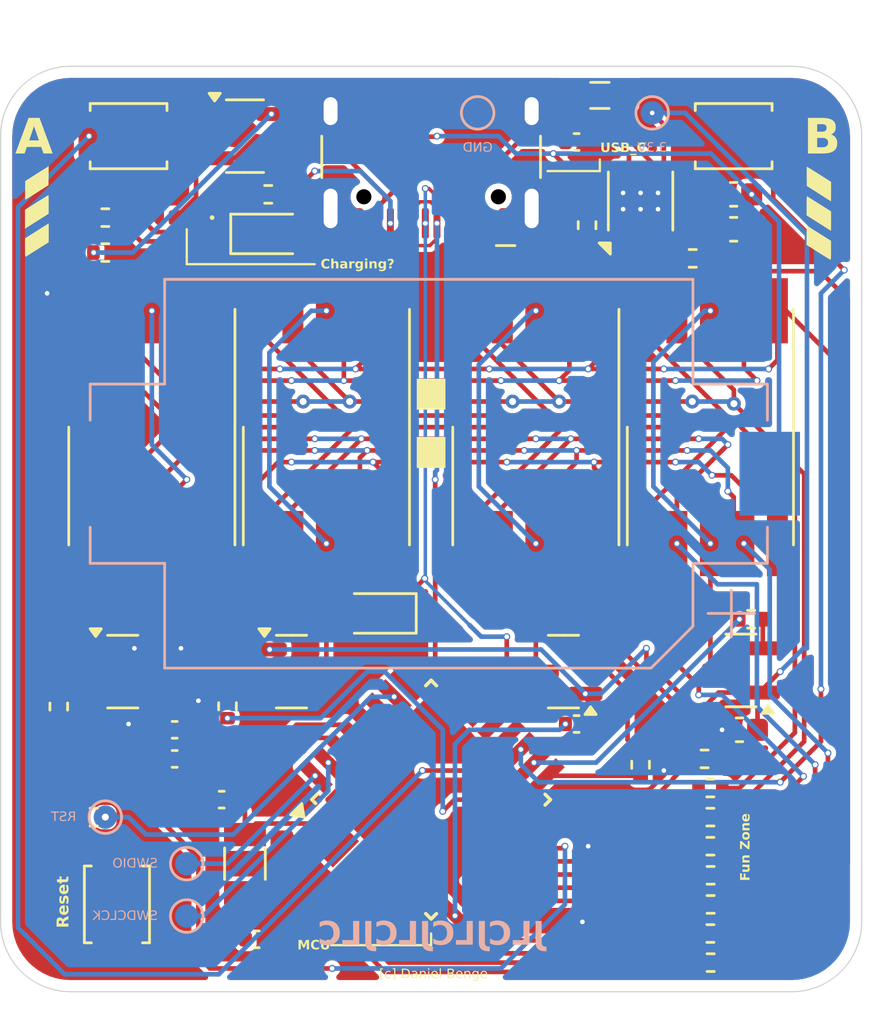
<source format=kicad_pcb>
(kicad_pcb (version 20240108) (generator "pcbnew") (generator_version "8.0")
  (layers (0 "F.Cu" signal) (31 "B.Cu" signal) (34 "B.Paste" user) (35 "F.Paste" user) (36 "B.SilkS" user "B.Silkscreen") (37 "F.SilkS" user "F.Silkscreen") (38 "B.Mask" user) (39 "F.Mask" user) (44 "Edge.Cuts" user))
  (net 0 "")
  (net 1 "VBAT")
  (net 2 "Net-(U7-VDDCORE)")
  (net 3 "+5V")
  (net 4 "TP_3.3V")
  (net 5 "Net-(U7-VDDIN)")
  (net 6 "Net-(U7-VDDANA)")
  (net 7 "A0")
  (net 8 "A1")
  (net 9 "D+")
  (net 10 "D-")
  (net 11 "Net-(D3-K)")
  (net 12 "Net-(D3-A)")
  (net 13 "Net-(J1-CC2)")
  (net 14 "Net-(J1-CC1)")
  (net 15 "Net-(Q1-B)")
  (net 16 "DIG1")
  (net 17 "DIG2")
  (net 18 "Net-(Q2-B)")
  (net 19 "Net-(Q3-B)")
  (net 20 "DIG3")
  (net 21 "DIG4")
  (net 22 "Net-(Q4-B)")
  (net 23 "Net-(U1-PROG)")
  (net 24 "Net-(U2-LX1)")
  (net 25 "A")
  (net 26 "SEL-D2")
  (net 27 "SEL-D3")
  (net 28 "SEL-D1")
  (net 29 "SEL-D4")
  (net 30 "B")
  (net 31 "C")
  (net 32 "D")
  (net 33 "E")
  (net 34 "F")
  (net 35 "G")
  (net 36 "DP")
  (net 37 "Btn2")
  (net 38 "Btn1")
  (net 39 "Net-(U2-LX2)")
  (net 44 "TP_SWDIO")
  (net 46 "TP_SWDCLK")
  (net 48 "GND")
  (net 49 "Net-(U2-CFG1)")
  (net 50 "Net-(U7-PA11)")
  (net 51 "Net-(U7-PA10)")
  (net 52 "Net-(U7-PA09)")
  (net 53 "Net-(U7-PA08)")
  (net 54 "Net-(U7-PA07)")
  (net 55 "Net-(U7-PA06)")
  (net 56 "Net-(U7-PA05)")
  (net 57 "Net-(U7-PA04)")
  (net 58 "TP_RST")
  (net 59 "Net-(R5-Pad1)")
  (footprint "Capacitor_SMD:C_0402_1005Metric" (layer "F.Cu") (at 183.75 108.25)
    (property "Reference" "C6")
    (property "Value" "1uF")
  )
  (footprint "Display_7Segment:KCSC02-105" (layer "F.Cu") (at 189.5 95.5 90)
    (property "Reference" "Dig4")
    (property "Value" "KCSA02-105")
  )
  (footprint "Crystal:Crystal_SMD_3215-2Pin_3.2x1.5mm" (layer "F.Cu") (at 169.5 114.25 90)
    (property "Reference" "Y2")
    (property "Value" "32768Hz")
  )
  (footprint "LOGO" (layer "F.Cu") (at 160.55 86.25)
    (property "Reference" "G1" (hide yes))
    (property "Value" "LOGO" (hide yes))
  )
  (footprint "Capacitor_SMD:C_0402_1005Metric" (layer "F.Cu") (at 166.48 108.5 180)
    (property "Reference" "C1")
    (property "Value" "1uF")
  )
  (footprint "Connector_USB:USB_C_Receptacle_HCTL_HC-TYPE-C-16P-01A" (layer "F.Cu") (at 177.5 83 180)
    (property "Reference" "J1")
    (property "Value" "USB_C_Receptacle_USB2.0_14P")
  )
  (footprint "Capacitor_SMD:C_0402_1005Metric" (layer "F.Cu") (at 168.5 111.5 180)
    (property "Reference" "C9")
    (property "Value" "10pF")
  )
  (footprint "LOGO" (layer "F.Cu") (at 194.15 86.3)
    (property "Reference" "graphic2" (hide yes))
    (property "Value" "LOGO" (hide yes))
  )
  (footprint "Resistor_SMD:R_0402_1005Metric" (layer "F.Cu") (at 188.74 88.25)
    (property "Reference" "R21")
    (property "Value" "36.5k")
  )
  (footprint "Resistor_SMD:R_0402_1005Metric" (layer "F.Cu") (at 189.5 112.25 180)
    (property "Reference" "R8")
    (property "Value" "150")
  )
  (footprint "Resistor_SMD:R_0402_1005Metric" (layer "F.Cu") (at 189.25 109.75 180)
    (property "Reference" "R6")
    (property "Value" "150")
  )
  (footprint "Capacitor_SMD:C_0402_1005Metric" (layer "F.Cu") (at 170 117.5)
    (property "Reference" "C10")
    (property "Value" "10pF")
  )
  (footprint "Package_QFP:TQFP-32_7x7mm_P0.8mm" (layer "F.Cu") (at 177.5 111.5 45)
    (property "Reference" "U7")
    (property "Value" "ATSAMD21E18A-A")
  )
  (footprint "Button_Switch_SMD:SW_SPST_B3U-1000P" (layer "F.Cu") (at 190.5 83)
    (property "Reference" "SW4")
    (property "Value" "SW_Push")
  )
  (footprint "Resistor_SMD:R_0402_1005Metric" (layer "F.Cu") (at 189.5 111 180)
    (property "Reference" "R7")
    (property "Value" "150")
  )
  (footprint "Capacitor_SMD:C_0402_1005Metric" (layer "F.Cu") (at 166.48 109.75 180)
    (property "Reference" "C5")
    (property "Value" "1uF")
  )
  (footprint "Button_Switch_SMD:SW_SPST_B3U-1000P" (layer "F.Cu") (at 164 116 90)
    (property "Reference" "SW1")
    (property "Value" "SW_Push")
  )
  (footprint "Capacitor_SMD:C_0402_1005Metric" (layer "F.Cu") (at 183.75 83.25 180)
    (property "Reference" "C7")
    (property "Value" "1u")
  )
  (footprint "Package_TO_SOT_SMD:SOT-23" (layer "F.Cu") (at 183.1875 106 180)
    (property "Reference" "Q3")
    (property "Value" "2N3906")
  )
  (footprint "Capacitor_SMD:C_0603_1608Metric" (layer "F.Cu") (at 190.5 87)
    (property "Reference" "C_IN1")
    (property "Value" "10uF")
  )
  (footprint "Resistor_SMD:R_0402_1005Metric" (layer "F.Cu") (at 189.5 117.25 180)
    (property "Reference" "R15")
    (property "Value" "150")
  )
  (footprint "Package_SON:WSON-10-1EP_2.5x2.5mm_P0.5mm_EP1.2x2mm_ThermalVias" (layer "F.Cu") (at 186.5 85.7875 90)
    (property "Reference" "U2")
    (property "Value" "TPS63900")
  )
  (footprint "Display_7Segment:KCSC02-105" (layer "F.Cu") (at 165.5 95.5 90)
    (property "Reference" "Dig1")
    (property "Value" "KCSA02-105")
  )
  (footprint "Resistor_SMD:R_0402_1005Metric" (layer "F.Cu") (at 191.25 103.75)
    (property "Reference" "R20")
    (property "Value" "390")
  )
  (footprint "Package_TO_SOT_SMD:SOT-23" (layer "F.Cu") (at 190.8125 105.95 180)
    (property "Reference" "Q4")
    (property "Value" "2N3906")
  )
  (footprint "Resistor_SMD:R_0402_1005Metric" (layer "F.Cu") (at 170.5 85.5 180)
    (property "Reference" "R3")
    (property "Value" "5.1k")
  )
  (footprint "Resistor_SMD:R_0402_1005Metric" (layer "F.Cu") (at 189.51 116 180)
    (property "Reference" "R14")
    (property "Value" "150")
  )
  (footprint "Package_TO_SOT_SMD:SOT-23" (layer "F.Cu") (at 171.5 106)
    (property "Reference" "Q2")
    (property "Value" "2N3906")
  )
  (footprint "Package_TO_SOT_SMD:SOT-23-5" (layer "F.Cu") (at 169.5 83)
    (property "Reference" "U1")
    (property "Value" "MCP73831-2-OT")
  )
  (footprint "Display_7Segment:KCSC02-105" (layer "F.Cu") (at 182 95.5 90)
    (property "Reference" "Dig3")
    (property "Value" "KCSA02-105")
  )
  (footprint "Button_Switch_SMD:SW_SPST_B3U-1000P" (layer "F.Cu") (at 164.5 83 180)
    (property "Reference" "SW3")
    (property "Value" "SW_Push")
  )
  (footprint "Resistor_SMD:R_0402_1005Metric" (layer "F.Cu") (at 163 112.25)
    (property "Reference" "R5")
    (property "Value" "10k")
  )
  (footprint "Resistor_SMD:R_0402_1005Metric" (layer "F.Cu") (at 189.51 118.5 180)
    (property "Reference" "R16")
    (property "Value" "150")
  )
  (footprint "Resistor_SMD:R_0402_1005Metric" (layer "F.Cu") (at 189.5 113.5 180)
    (property "Reference" "R9")
    (property "Value" "150")
  )
  (footprint "Resistor_SMD:R_0402_1005Metric" (layer "F.Cu") (at 163.5 88)
    (property "Reference" "R1")
    (property "Value" "27k")
  )
  (footprint "Diode_SMD:D_SOD-323" (layer "F.Cu") (at 175.25 103.5 180)
    (property "Reference" "D2")
    (property "Value" "D")
  )
  (footprint "Resistor_SMD:R_0402_1005Metric" (layer "F.Cu") (at 168.75 107.49 90)
    (property "Reference" "R18")
    (property "Value" "390")
  )
  (footprint "Capacitor_SMD:C_0603_1608Metric" (layer "F.Cu") (at 190.75 108.5)
    (property "Reference" "C_OUT1")
    (property "Value" "22uF")
  )
  (footprint "Display_7Segment:KCSC02-105" (layer "F.Cu") (at 173 95.5 90)
    (property "Reference" "Dig2")
    (property "Value" "KCSA02-105")
  )
  (footprint "Resistor_SMD:R_0402_1005Metric" (layer "F.Cu") (at 163.5 86.5)
    (property "Reference" "R4")
    (property "Value" "220")
  )
  (footprint "Resistor_SMD:R_0402_1005Metric" (layer "F.Cu") (at 161.5 107.5 90)
    (property "Reference" "R17")
    (property "Value" "390")
  )
  (footprint "Diode_SMD:D_SOD-323" (layer "F.Cu") (at 170.5 87.2)
    (property "Reference" "D1")
    (property "Value" "D")
  )
  (footprint "Resistor_SMD:R_0402_1005Metric" (layer "F.Cu") (at 189.51 114.75 180)
    (property "Reference" "R13")
    (property "Value" "150")
  )
  (footprint "Inductor_SMD:L_0805_2012Metric" (layer "F.Cu") (at 184.75 81.25)
    (property "Reference" "L1")
    (property "Value" "2.2uH")
  )
  (footprint "Resistor_SMD:R_0402_1005Metric" (layer "F.Cu") (at 186.5 110 90)
    (property "Reference" "R19")
    (property "Value" "390")
  )
  (footprint "Capacitor_SMD:C_0603_1608Metric" (layer "F.Cu") (at 190.5 85.5)
    (property "Reference" "C8")
    (property "Value" "4.7u")
  )
  (footprint "LED_SMD:LED_0402_1005Metric" (layer "F.Cu") (at 167 86.5 180)
    (property "Reference" "D3")
    (property "Value" "LED")
  )
  (footprint "Resistor_SMD:R_0402_1005Metric" (layer "F.Cu") (at 184.2 86.825 90)
    (property "Reference" "R2")
    (property "Value" "5.1k")
  )
  (footprint "Package_TO_SOT_SMD:SOT-23" (layer "F.Cu") (at 164.25 106)
    (property "Reference" "Q1")
    (property "Value" "2N3906")
  )
  (footprint "TestPoint:TestPoint_Pad_D1.0mm" (layer "B.Cu") (at 187 82 180)
    (property "Reference" "TP1")
    (property "Value" "TestPoint")
  )
  (footprint "Battery:BatteryHolder_Keystone_1060_1x2032" (layer "B.Cu") (at 177.4 97.5 180)
    (property "Reference" "BT1")
    (property "Value" "Battery_Cell")
  )
  (footprint "TestPoint:TestPoint_Pad_D1.0mm" (layer "B.Cu") (at 167 116.5 180)
    (property "Reference" "TP4")
    (property "Value" "TestPoint")
  )
  (footprint "TestPoint:TestPoint_Pad_D1.0mm" (layer "B.Cu") (at 179.5 82 180)
    (property "Reference" "TP2")
    (property "Value" "TestPoint")
  )
  (footprint "TestPoint:TestPoint_Pad_D1.0mm" (layer "B.Cu") (at 167 114.25 180)
    (property "Reference" "TP3")
    (property "Value" "TestPoint")
  )
  (footprint "TestPoint:TestPoint_Pad_D1.0mm" (layer "B.Cu") (at 163.5 112.25 180)
    (property "Reference" "TP5")
    (property "Value" "TestPoint")
  )
  (gr_line (start 182.5 84.5) (end 184.75 84.5) (stroke (width 0.1)) (layer "F.SilkS"))
  (gr_line (start 167 88.5) (end 172.5 88.5) (stroke (width 0.1)) (layer "F.SilkS"))
  (gr_line (start 184.75 84.5) (end 184.75 84) (stroke (width 0.1)) (layer "F.SilkS"))
  (gr_line (start 177.5 117.75) (end 173.2 117.75) (stroke (width 0.1)) (layer "F.SilkS"))
  (gr_line (start 167 87) (end 167 88.5) (stroke (width 0.1)) (layer "F.SilkS"))
  (gr_line (start 177.5 117.25) (end 177.5 117.75) (stroke (width 0.1)) (layer "F.SilkS"))
  (gr_line (start 193 80) (end 162 80) (stroke (width 0.05)) (layer "Edge.Cuts"))
  (gr_arc (start 193 80) (mid 195.12132 80.87868) (end 196 83) (stroke (width 0.05)) (layer "Edge.Cuts"))
  (gr_line (start 196 116.75) (end 196 83) (stroke (width 0.05)) (layer "Edge.Cuts"))
  (gr_arc (start 162 119.75) (mid 159.87868 118.87132) (end 159 116.75) (stroke (width 0.05)) (layer "Edge.Cuts"))
  (gr_arc (start 159 83) (mid 159.87868 80.87868) (end 162 80) (stroke (width 0.05)) (layer "Edge.Cuts"))
  (gr_line (start 162 119.75) (end 193 119.75) (stroke (width 0.05)) (layer "Edge.Cuts"))
  (gr_line (start 159 83) (end 159 116.75) (stroke (width 0.05)) (layer "Edge.Cuts"))
  (gr_arc (start 196 116.75) (mid 195.12132 118.87132) (end 193 119.75) (stroke (width 0.05)) (layer "Edge.Cuts"))
  (gr_text "3.3V" (at 187 83.5 0) (layer "B.SilkS") (effects (font (size 0.4 0.4) (thickness 0.1)) (justify mirror)))
  (gr_text "JLCJLCJLCJLC" (at 177.5 117.9 0) (layer "B.SilkS") (effects (font (size 1 1) (thickness 0.1)) (justify bottom mirror)))
  (gr_text "RST" (at 162.25 112.25 0) (layer "B.SilkS") (effects (font (size 0.4 0.4) (thickness 0.1)) (justify left mirror)))
  (gr_text "GND" (at 179.5 83.5 0) (layer "B.SilkS") (effects (font (size 0.4 0.4) (thickness 0.1)) (justify mirror)))
  (gr_text "SWDIO" (at 165.75 114.25 0) (layer "B.SilkS") (effects (font (size 0.4 0.4) (thickness 0.1)) (justify left mirror)))
  (gr_text "SWDCLCK\n" (at 165.75 116.5 0) (layer "B.SilkS") (effects (font (size 0.4 0.4) (thickness 0.1)) (justify left mirror)))
  (gr_text "A" (at 161.25 84 0) (layer "F.SilkS") (effects (font (size 1.5 1.5) (thickness 0.3) (bold yes)) (justify left bottom mirror)))
  (gr_text "MCU" (at 171.75 118 0) (layer "F.SilkS") (effects (font (size 0.4 0.4) (thickness 0.1) (bold yes)) (justify left bottom)))
  (gr_text ":" (at 177.5 98.1 0) (layer "F.SilkS") (effects (font (size 5 5) (thickness 0.2) (bold yes)) (justify bottom)))
  (gr_text "Reset" (at 162 115.9 90) (layer "F.SilkS") (effects (font (size 0.5 0.5) (thickness 0.1125) (bold yes)) (justify bottom)))
  (gr_text "Charging?" (at 172.75 88.75 0) (layer "F.SilkS") (effects (font (size 0.4 0.4) (thickness 0.08) (bold yes)) (justify left bottom)))
  (gr_text "Fun Zone" (at 191.25 115 90) (layer "F.SilkS") (effects (font (size 0.4 0.4) (thickness 0.1) (bold yes)) (justify left bottom)))
  (gr_text "[c] Daniel Benge" (at 177.6 119 0) (layer "F.SilkS") (effects (font (size 0.4 0.4) (thickness 0.1))))
  (gr_text "B" (at 193.5 84 0) (layer "F.SilkS") (effects (font (size 1.5 1.5) (thickness 0.3) (bold yes)) (justify left bottom)))
  (gr_text "USB_C" (at 185.75 83.75 0) (layer "F.SilkS") (effects (font (size 0.4 0.4) (thickness 0.08) (bold yes)) (justify bottom)))
  (segment (start 169.05 83.95) (end 170 83) (width 0.2) (layer "F.Cu") (net 1))
  (segment (start 184.82 85.243584) (end 184.75 85.173584) (width 0.2) (layer "F.Cu") (net 1))
  (segment (start 184.82 86.32) (end 184.82 85.243584) (width 0.2) (layer "F.Cu") (net 1))
  (segment (start 184.173584 85.173584) (end 182.75 83.75) (width 0.2) (layer "F.Cu") (net 1))
  (segment (start 184.901416 85.173584) (end 184.75 85.173584) (width 0.2) (layer "F.Cu") (net 1))
  (segment (start 185.5 87) (end 184.82 86.32) (width 0.2) (layer "F.Cu") (net 1))
  (segment (start 177.725 83.025) (end 177.75 83) (width 0.2) (layer "F.Cu") (net 1))
  (segment (start 184.75 85.173584) (end 184.173584 85.173584) (width 0.2) (layer "F.Cu") (net 1))
  (segment (start 191.275 87) (end 191.275 85.5) (width 0.2) (layer "F.Cu") (net 1))
  (segment (start 170 83) (end 170.025 83.025) (width 0.2) (layer "F.Cu") (net 1))
  (segment (start 168.3625 83.95) (end 169.05 83.95) (width 0.2) (layer "F.Cu") (net 1))
  (segment (start 185.5 84.575) (end 184.901416 85.173584) (width 0.2) (layer "F.Cu") (net 1))
  (segment (start 170.025 83.025) (end 177.725 83.025) (width 0.2) (layer "F.Cu") (net 1))
  (via (at 177.75 83) (size 0.3) (drill 0.2) (layers "F.Cu" "B.Cu") (net 1))
  (via (at 182.75 83.75) (size 0.3) (drill 0.2) (layers "F.Cu" "B.Cu") (net 1))
  (via (at 191.275 85.5) (size 0.3) (drill 0.2) (layers "F.Cu" "B.Cu") (net 1))
  (segment (start 180.396371 83) (end 181.146371 83.75) (width 0.2) (layer "B.Cu") (net 1))
  (segment (start 189.525 83.75) (end 191.275 85.5) (width 0.2) (layer "B.Cu") (net 1))
  (segment (start 192.45 86.675) (end 192.45 97.1) (width 0.2) (layer "B.Cu") (net 1))
  (segment (start 191.275 85.5) (end 192.45 86.675) (width 0.2) (layer "B.Cu") (net 1))
  (segment (start 192.45 97.1) (end 192.05 97.5) (width 0.2) (layer "B.Cu") (net 1))
  (segment (start 177.75 83) (end 180.396371 83) (width 0.2) (layer "B.Cu") (net 1))
  (segment (start 181.146371 83.75) (end 189.525 83.75) (width 0.2) (layer "B.Cu") (net 1))
  (segment (start 173.717498 108.283184) (end 171.716816 108.283184) (width 0.2) (layer "F.Cu") (net 2))
  (segment (start 174.211953 108.777639) (end 173.717498 108.283184) (width 0.2) (layer "F.Cu") (net 2))
  (segment (start 167.71 109.25) (end 166.96 108.5) (width 0.2) (layer "F.Cu") (net 2))
  (segment (start 170.75 109.25) (end 167.71 109.25) (width 0.2) (layer "F.Cu") (net 2))
  (segment (start 171.716816 108.283184) (end 170.75 109.25) (width 0.2) (layer "F.Cu") (net 2))
  (segment (start 175.5 85.75) (end 175.1 86.15) (width 0.2) (layer "F.Cu") (net 3))
  (segment (start 167.421948 87.52) (end 169.25 85.691948) (width 0.2) (layer "F.Cu") (net 3))
  (segment (start 175.5 85.540406) (end 173.909594 83.95) (width 0.2) (layer "F.Cu") (net 3))
  (segment (start 179.1525 85.3475) (end 178.604999 84.8) (width 0.2) (layer "F.Cu") (net 3))
  (segment (start 169.25 85.691948) (end 169.25 84.675001) (width 0.2) (layer "F.Cu") (net 3))
  (segment (start 179.9 86.095001) (end 179.1525 85.3475) (width 0.2) (layer "F.Cu") (net 3))
  (segment (start 173.909594 83.95) (end 170.6375 83.95) (width 0.2) (layer "F.Cu") (net 3))
  (segment (start 178.604999 84.8) (end 176.45 84.8) (width 0.2) (layer "F.Cu") (net 3))
  (segment (start 179.9 86.745) (end 179.9 86.095001) (width 0.2) (layer "F.Cu") (net 3))
  (segment (start 181.25 83.25) (end 179.1525 85.3475) (width 0.2) (layer "F.Cu") (net 3))
  (segment (start 165.03 87.52) (end 167.421948 87.52) (width 0.2) (layer "F.Cu") (net 3))
  (segment (start 175.1 86.15) (end 175.1 86.745) (width 0.2) (layer "F.Cu") (net 3))
  (segment (start 164.01 86.5) (end 165.03 87.52) (width 0.2) (layer "F.Cu") (net 3))
  (segment (start 169.975001 83.95) (end 170.6375 83.95) (width 0.2) (layer "F.Cu") (net 3))
  (segment (start 175.5 85.75) (end 175.5 85.540406) (width 0.2) (layer "F.Cu") (net 3))
  (segment (start 183.27 83.25) (end 181.25 83.25) (width 0.2) (layer "F.Cu") (net 3))
  (segment (start 169.25 84.675001) (end 169.975001 83.95) (width 0.2) (layer "F.Cu") (net 3))
  (segment (start 176.45 84.8) (end 175.5 85.75) (width 0.2) (layer "F.Cu") (net 3))
  (segment (start 165.42 109.17) (end 165.42 108.143866) (width 0.2) (layer "F.Cu") (net 4))
  (segment (start 191.75 106.9) (end 191.75 106.75) (width 0.2) (layer "F.Cu") (net 4))
  (segment (start 168.513866 105.05) (end 170.5625 105.05) (width 0.2) (layer "F.Cu") (net 4))
  (segment (start 191.75 106.75) (end 192.5 106) (width 0.2) (layer "F.Cu") (net 4))
  (segment (start 191.75 106.9) (end 189.85 106.9) (width 0.2) (layer "F.Cu") (net 4))
  (segment (start 184.23 108.25) (end 184.23 107.055) (width 0.2) (layer "F.Cu") (net 4))
  (segment (start 189 107.75) (end 186.75 105.5) (width 0.2) (layer "F.Cu") (net 4))
  (segment (start 165.591381 107.781933) (end 165.781933 107.781933) (width 0.2) (layer "F.Cu") (net 4))
  (segment (start 163.3125 105.05) (end 163.3125 105.503052) (width 0.2) (layer "F.Cu") (net 4))
  (segment (start 165.42 108.143866) (end 165.781933 107.781933) (width 0.2) (layer "F.Cu") (net 4))
  (segment (start 163.3125 105.503052) (end 165.591381 107.781933) (width 0.2) (layer "F.Cu") (net 4))
  (segment (start 166 109.75) (end 165.42 109.17) (width 0.2) (layer "F.Cu") (net 4))
  (segment (start 189.85 106.9) (end 189 107.75) (width 0.2) (layer "F.Cu") (net 4))
  (segment (start 187.5 82.5) (end 187.5 84.575) (width 0.2) (layer "F.Cu") (net 4))
  (segment (start 186.75 105.5) (end 186.75 105) (width 0.2) (layer "F.Cu") (net 4))
  (segment (start 165.781933 107.781933) (end 168.513866 105.05) (width 0.2) (layer "F.Cu") (net 4))
  (segment (start 191.525 107.125) (end 191.75 106.9) (width 0.2) (layer "F.Cu") (net 4))
  (segment (start 184.23 107.055) (end 184.125 106.95) (width 0.2) (layer "F.Cu") (net 4))
  (segment (start 191.525 108.5) (end 191.525 107.125) (width 0.2) (layer "F.Cu") (net 4))
  (segment (start 187 82) (end 187.5 82.5) (width 0.2) (layer "F.Cu") (net 4))
  (via (at 170.5625 105.05) (size 0.3) (drill 0.2) (layers "F.Cu" "B.Cu") (net 4))
  (via (at 186.75 105) (size 0.3) (drill 0.2) (layers "F.Cu" "B.Cu") (net 4))
  (via (at 187 82) (size 0.3) (drill 0.2) (layers "F.Cu" "B.Cu") (net 4))
  (via (at 192.5 106) (size 0.3) (drill 0.2) (layers "F.Cu" "B.Cu") (net 4))
  (via (at 184.125 106.95) (size 0.3) (drill 0.2) (layers "F.Cu" "B.Cu") (net 4))
  (segment (start 182.225 105.05) (end 184.125 106.95) (width 0.2) (layer "B.Cu") (net 4))
  (segment (start 184.8 106.95) (end 184.125 106.95) (width 0.2) (layer "B.Cu") (net 4))
  (segment (start 193.5 105) (end 193.65 105) (width 0.2) (layer "B.Cu") (net 4))
  (segment (start 187 82) (end 188.411397 82) (width 0.2) (layer "B.Cu") (net 4))
  (segment (start 186.75 105) (end 184.8 106.95) (width 0.2) (layer "B.Cu") (net 4))
  (segment (start 192.5 106) (end 193.5 105) (width 0.2) (layer "B.Cu") (net 4))
  (segment (start 193.65 87.238603) (end 193.65 105) (width 0.2) (layer "B.Cu") (net 4))
  (segment (start 170.5625 105.05) (end 182.225 105.05) (width 0.2) (layer "B.Cu") (net 4))
  (segment (start 188.411397 82) (end 193.65 87.238603) (width 0.2) (layer "B.Cu") (net 4))
  (segment (start 171.90113 108.84887) (end 171 109.75) (width 0.2) (layer "F.Cu") (net 5))
  (segment (start 173.646268 109.343324) (end 173.151814 108.84887) (width 0.2) (layer "F.Cu") (net 5))
  (segment (start 171 109.75) (end 166.96 109.75) (width 0.2) (layer "F.Cu") (net 5))
  (segment (start 173.151814 108.84887) (end 171.90113 108.84887) (width 0.2) (layer "F.Cu") (net 5))
  (via (at 183.27 108.25) (size 0.3) (drill 0.2) (layers "F.Cu" "B.Cu") (net 6))
  (via (at 178.525305 116.485103) (size 0.3) (drill 0.2) (layers "F.Cu" "B.Cu") (net 6))
  (segment (start 178.525305 109.111092) (end 178.525305 116.485103) (width 0.2) (layer "B.Cu") (net 6))
  (segment (start 183.27 108.25) (end 183.02 108.5) (width 0.2) (layer "B.Cu") (net 6))
  (segment (start 183.02 108.5) (end 179.136397 108.5) (width 0.2) (layer "B.Cu") (net 6))
  (segment (start 179.136397 108.5) (end 178.525305 109.111092) (width 0.2) (layer "B.Cu") (net 6))
  (segment (start 169.5 112.02) (end 168.98 111.5) (width 0.2) (layer "F.Cu") (net 7))
  (segment (start 169.5 113) (end 169.5 112.02) (width 0.2) (layer "F.Cu") (net 7))
  (segment (start 169.974695 112.525305) (end 169.5 113) (width 0.2) (layer "F.Cu") (net 7))
  (segment (start 172.514897 112.525305) (end 169.974695 112.525305) (width 0.2) (layer "F.Cu") (net 7))
  (segment (start 169.52 115.52) (end 169.5 115.5) (width 0.2) (layer "F.Cu") (net 8))
  (segment (start 169.52 117.5) (end 169.52 115.52) (width 0.2) (layer "F.Cu") (net 8))
  (segment (start 170.671573 115.5) (end 173.080583 113.09099) (width 0.2) (layer "F.Cu") (net 8))
  (segment (start 169.5 115.5) (end 170.671573 115.5) (width 0.2) (layer "F.Cu") (net 8))
  (segment (start 177.75 86.745) (end 177.75 87.394999) (width 0.15) (layer "F.Cu") (net 9))
  (segment (start 169.95 87.7) (end 169.45 87.2) (width 0.15) (layer "F.Cu") (net 9))
  (segment (start 177.444999 87.7) (end 169.95 87.7) (width 0.15) (layer "F.Cu") (net 9))
  (segment (start 177.675 105.664592) (end 177.675 97.75) (width 0.2) (layer "F.Cu") (net 9))
  (segment (start 177.75 87.394999) (end 177.444999 87.7) (width 0.15) (layer "F.Cu") (net 9))
  (segment (start 176.75 86.095001) (end 176.75 86.745) (width 0.15) (layer "F.Cu") (net 9))
  (segment (start 177.75 86.745) (end 177.75 86.097946) (width 0.15) (layer "F.Cu") (net 9))
  (segment (start 177.472054 85.82) (end 177.025001 85.82) (width 0.15) (layer "F.Cu") (net 9))
  (segment (start 178.525305 106.514897) (end 177.675 105.664592) (width 0.2) (layer "F.Cu") (net 9))
  (segment (start 177.75 86.097946) (end 177.472054 85.82) (width 0.15) (layer "F.Cu") (net 9))
  (segment (start 177.025001 85.82) (end 176.75 86.095001) (width 0.15) (layer "F.Cu") (net 9))
  (via (at 177.75 86.745) (size 0.3) (drill 0.2) (layers "F.Cu" "B.Cu") (net 9))
  (via (at 177.675 97.75) (size 0.3) (drill 0.2) (layers "F.Cu" "B.Cu") (net 9))
  (segment (start 177.675 97.75) (end 177.675 97.425) (width 0.2) (layer "B.Cu") (net 9))
  (segment (start 177.75 97.35) (end 177.75 86.745) (width 0.2) (layer "B.Cu") (net 9))
  (segment (start 177.675 97.425) (end 177.75 97.35) (width 0.2) (layer "B.Cu") (net 9))
  (segment (start 177.404999 85.25) (end 177.25 85.25) (width 0.15) (layer "F.Cu") (net 10))
  (segment (start 178.25 86.745) (end 178.25 86.095001) (width 0.15) (layer "F.Cu") (net 10))
  (segment (start 180.75 105.421573) (end 179.09099 107.080583) (width 0.2) (layer "F.Cu") (net 10))
  (segment (start 178.25 86.095001) (end 177.404999 85.25) (width 0.15) (layer "F.Cu") (net 10))
  (segment (start 176.3 102.925) (end 177.225 102) (width 0.2) (layer "F.Cu") (net 10))
  (segment (start 180.75 104.5) (end 180.75 105.421573) (width 0.2) (layer "F.Cu") (net 10))
  (segment (start 176.3 103.5) (end 176.3 102.925) (width 0.2) (layer "F.Cu") (net 10))
  (via (at 177.25 85.25) (size 0.3) (drill 0.2) (layers "F.Cu" "B.Cu") (net 10))
  (via (at 177.25 86.745) (size 0.3) (drill 0.2) (layers "F.Cu" "B.Cu") (net 10))
  (via (at 180.75 104.5) (size 0.3) (drill 0.2) (layers "F.Cu" "B.Cu") (net 10))
  (via (at 177.225 102) (size 0.3) (drill 0.2) (layers "F.Cu" "B.Cu") (net 10))
  (segment (start 177.25 85.25) (end 177.25 86.745) (width 0.15) (layer "B.Cu") (net 10))
  (segment (start 177.25 102.1) (end 179.15 104) (width 0.15) (layer "B.Cu") (net 10))
  (segment (start 179.65 104.5) (end 180.75 104.5) (width 0.2) (layer "B.Cu") (net 10))
  (segment (start 179.15 104) (end 179.65 104.5) (width 0.2) (layer "B.Cu") (net 10))
  (segment (start 177.25 86.745) (end 177.25 102.1) (width 0.15) (layer "B.Cu") (net 10))
  (segment (start 165.62 87.12) (end 164.38 85.88) (width 0.2) (layer "F.Cu") (net 11))
  (segment (start 163.61 85.88) (end 162.99 86.5) (width 0.2) (layer "F.Cu") (net 11))
  (segment (start 166.865 87.12) (end 165.62 87.12) (width 0.2) (layer "F.Cu") (net 11))
  (segment (start 164.38 85.88) (end 163.61 85.88) (width 0.2) (layer "F.Cu") (net 11))
  (segment (start 167.485 86.5) (end 166.865 87.12) (width 0.2) (layer "F.Cu") (net 11))
  (segment (start 167.95 82.05) (end 168.3625 82.05) (width 0.2) (layer "F.Cu") (net 12))
  (segment (start 166.515 86.5) (end 167.4 85.615) (width 0.2) (layer "F.Cu") (net 12))
  (segment (start 167.4 82.6) (end 167.95 82.05) (width 0.2) (layer "F.Cu") (net 12))
  (segment (start 167.4 85.615) (end 167.4 82.6) (width 0.2) (layer "F.Cu") (net 12))
  (segment (start 171.01 85.5) (end 171.5 85.5) (width 0.2) (layer "F.Cu") (net 13))
  (segment (start 171.5 85.5) (end 172.5 84.5) (width 0.2) (layer "F.Cu") (net 13))
  (via (at 175.75 86.745) (size 0.3) (drill 0.2) (layers "F.Cu" "B.Cu") (net 13))
  (via (at 172.5 84.5) (size 0.3) (drill 0.2) (layers "F.Cu" "B.Cu") (net 13))
  (segment (start 174.459594 84.5) (end 175.75 85.790406) (width 0.2) (layer "B.Cu") (net 13))
  (segment (start 175.75 85.790406) (end 175.75 86.745) (width 0.2) (layer "B.Cu") (net 13))
  (segment (start 172.5 84.5) (end 174.459594 84.5) (width 0.2) (layer "B.Cu") (net 13))
  (segment (start 183.84 87.695) (end 179.01759 87.695) (width 0.2) (layer "F.Cu") (net 14))
  (segment (start 184.2 87.335) (end 183.84 87.695) (width 0.2) (layer "F.Cu") (net 14))
  (segment (start 178.75 87.42741) (end 178.75 86.745) (width 0.2) (layer "F.Cu") (net 14))
  (segment (start 179.01759 87.695) (end 178.75 87.42741) (width 0.2) (layer "F.Cu") (net 14))
  (segment (start 161.54 106.95) (end 161.5 106.99) (width 0.2) (layer "F.Cu") (net 15))
  (segment (start 163.3125 106.95) (end 161.54 106.95) (width 0.2) (layer "F.Cu") (net 15))
  (segment (start 165.5 99.25) (end 167 97.75) (width 0.2) (layer "F.Cu") (net 16))
  (segment (start 165.5 100.5) (end 165.5 99.25) (width 0.2) (layer "F.Cu") (net 16))
  (segment (start 165.5 100.5) (end 165.5 105.6875) (width 0.2) (layer "F.Cu") (net 16))
  (segment (start 165.5 105.6875) (end 165.1875 106) (width 0.2) (layer "F.Cu") (net 16))
  (via (at 165.5 90.5) (size 0.3) (drill 0.2) (layers "F.Cu" "B.Cu") (net 16))
  (via (at 167 97.75) (size 0.3) (drill 0.2) (layers "F.Cu" "B.Cu") (net 16))
  (segment (start 165.5 96.25) (end 165.5 90.5) (width 0.2) (layer "B.Cu") (net 16))
  (segment (start 167 97.75) (end 165.5 96.25) (width 0.2) (layer "B.Cu") (net 16))
  (segment (start 173 100.5) (end 173 105.4375) (width 0.2) (layer "F.Cu") (net 17))
  (segment (start 173 105.4375) (end 172.4375 106) (width 0.2) (layer "F.Cu") (net 17))
  (via (at 173 100.5) (size 0.3) (drill 0.2) (layers "F.Cu" "B.Cu") (net 17))
  (via (at 173 90.5) (size 0.3) (drill 0.2) (layers "F.Cu" "B.Cu") (net 17))
  (segment (start 170.55 92.3) (end 170.55 98.05) (width 0.2) (layer "B.Cu") (net 17))
  (segment (start 170.55 98.05) (end 173 100.5) (width 0.2) (layer "B.Cu") (net 17))
  (segment (start 173 90.5) (end 172.35 90.5) (width 0.2) (layer "B.Cu") (net 17))
  (segment (start 172.35 90.5) (end 170.55 92.3) (width 0.2) (layer "B.Cu") (net 17))
  (segment (start 170.5625 106.95) (end 168.78 106.95) (width 0.2) (layer "F.Cu") (net 18))
  (segment (start 168.78 106.95) (end 168.75 106.98) (width 0.2) (layer "F.Cu") (net 18))
  (segment (start 185.94 106.865) (end 184.125 105.05) (width 0.2) (layer "F.Cu") (net 19))
  (segment (start 186.5 109.49) (end 185.94 108.93) (width 0.2) (layer "F.Cu") (net 19))
  (segment (start 185.94 108.93) (end 185.94 106.865) (width 0.2) (layer "F.Cu") (net 19))
  (segment (start 182 105.75) (end 182.25 106) (width 0.2) (layer "F.Cu") (net 20))
  (segment (start 182 100.5) (end 182 105.75) (width 0.2) (layer "F.Cu") (net 20))
  (via (at 182 100.5) (size 0.3) (drill 0.2) (layers "F.Cu" "B.Cu") (net 20))
  (via (at 182 90.5) (size 0.3) (drill 0.2) (layers "F.Cu" "B.Cu") (net 20))
  (segment (start 181.863603 90.5) (end 182 90.5) (width 0.2) (layer "B.Cu") (net 20))
  (segment (start 182 100.5) (end 179.55 98.05) (width 0.2) (layer "B.Cu") (net 20))
  (segment (start 179.55 92.813603) (end 181.863603 90.5) (width 0.2) (layer "B.Cu") (net 20))
  (segment (start 179.55 98.05) (end 179.55 92.813603) (width 0.2) (layer "B.Cu") (net 20))
  (segment (start 189.5 105.575) (end 189.875 105.95) (width 0.2) (layer "F.Cu") (net 21))
  (segment (start 189.5 100.5) (end 189.5 105.575) (width 0.2) (layer "F.Cu") (net 21))
  (via (at 189.5 90.5) (size 0.3) (drill 0.2) (layers "F.Cu" "B.Cu") (net 21))
  (via (at 189.5 100.5) (size 0.3) (drill 0.2) (layers "F.Cu" "B.Cu") (net 21))
  (segment (start 187.05 92.7) (end 189.25 90.5) (width 0.2) (layer "B.Cu") (net 21))
  (segment (start 189.5 100.5) (end 187.05 98.05) (width 0.2) (layer "B.Cu") (net 21))
  (segment (start 189.25 90.5) (end 189.5 90.5) (width 0.2) (layer "B.Cu") (net 21))
  (segment (start 187.05 98.05) (end 187.05 92.7) (width 0.2) (layer "B.Cu") (net 21))
  (segment (start 191.75 103.76) (end 191.76 103.75) (width 0.2) (layer "F.Cu") (net 22))
  (segment (start 191.75 105) (end 191.75 103.76) (width 0.2) (layer "F.Cu") (net 22))
  (segment (start 162.99 88) (end 163 88) (width 0.2) (layer "F.Cu") (net 23))
  (via (at 163 88) (size 0.3) (drill 0.2) (layers "F.Cu" "B.Cu") (net 23))
  (via (at 170.6375 82.05) (size 0.3) (drill 0.2) (layers "F.Cu" "B.Cu") (net 23))
  (segment (start 163 88) (end 164.6875 88) (width 0.2) (layer "B.Cu") (net 23))
  (segment (start 164.6875 88) (end 170.6375 82.05) (width 0.2) (layer "B.Cu") (net 23))
  (segment (start 183.6875 81.4013) (end 183.6875 81.25) (width 0.2) (layer "F.Cu") (net 24))
  (segment (start 186 83.7138) (end 183.6875 81.4013) (width 0.2) (layer "F.Cu") (net 24))
  (segment (start 186 84.575) (end 186 83.7138) (width 0.2) (layer "F.Cu") (net 24))
  (segment (start 190.94 92.94) (end 190.94 90.5) (width 0.2) (layer "F.Cu") (net 25))
  (segment (start 183 93.5) (end 188 93.5) (width 0.2) (layer "F.Cu") (net 25))
  (segment (start 166.94 90.5) (end 166.94 92.69) (width 0.2) (layer "F.Cu") (net 25))
  (segment (start 191.63 88.8) (end 194.2 88.8) (width 0.2) (layer "F.Cu") (net 25))
  (segment (start 195.4 90) (end 195.4 114.25) (width 0.2) (layer "F.Cu") (net 25))
  (segment (start 173.75 91.19) (end 174.44 90.5) (width 0.2) (layer "F.Cu") (net 25))
  (segment (start 191.5 93.5) (end 190.94 92.94) (width 0.2) (layer "F.Cu") (net 25))
  (segment (start 194.2 88.8) (end 195.4 90) (width 0.2) (layer "F.Cu") (net 25))
  (segment (start 190.94 89.49) (end 191.63 88.8) (width 0.2) (layer "F.Cu") (net 25))
  (segment (start 191.15 118.5) (end 190.02 118.5) (width 0.2) (layer "F.Cu") (net 25))
  (segment (start 190.94 90.5) (end 190.94 89.49) (width 0.2) (layer "F.Cu") (net 25))
  (segment (start 167.75 93.5) (end 171.5 93.5) (width 0.2) (layer "F.Cu") (net 25))
  (segment (start 183.44 93.06) (end 183.44 90.5) (width 0.2) (layer "F.Cu") (net 25))
  (segment (start 173.75 93.5) (end 180.5 93.5) (width 0.2) (layer "F.Cu") (net 25))
  (segment (start 166.94 92.69) (end 167.75 93.5) (width 0.2) (layer "F.Cu") (net 25))
  (segment (start 183 93.5) (end 183.44 93.06) (width 0.2) (layer "F.Cu") (net 25))
  (segment (start 173.75 93.5) (end 173.75 91.19) (width 0.2) (layer "F.Cu") (net 25))
  (segment (start 195.4 114.25) (end 191.15 118.5) (width 0.2) (layer "F.Cu") (net 25))
  (via (at 173.75 93.5) (size 0.3) (drill 0.2) (layers "F.Cu" "B.Cu") (net 25))
  (via (at 171.5 93.5) (size 0.3) (drill 0.2) (layers "F.Cu" "B.Cu") (net 25))
  (via (at 183 93.5) (size 0.3) (drill 0.2) (layers "F.Cu" "B.Cu") (net 25))
  (via (at 191.5 93.5) (size 0.3) (drill 0.2) (layers "F.Cu" "B.Cu") (net 25))
  (via (at 180.5 93.5) (size 0.3) (drill 0.2) (layers "F.Cu" "B.Cu") (net 25))
  (via (at 188 93.5) (size 0.3) (drill 0.2) (layers "F.Cu" "B.Cu") (net 25))
  (segment (start 188 93.5) (end 191.5 93.5) (width 0.2) (layer "B.Cu") (net 25))
  (segment (start 171.5 93.5) (end 173.75 93.5) (width 0.2) (layer "B.Cu") (net 25))
  (segment (start 180.5 93.5) (end 183 93.5) (width 0.2) (layer "B.Cu") (net 25))
  (segment (start 181.4458 111.5) (end 182.471105 112.525305) (width 0.2) (layer "F.Cu") (net 26))
  (segment (start 178.5 111.5) (end 181.4458 111.5) (width 0.2) (layer "F.Cu") (net 26))
  (segment (start 178 112) (end 178.5 111.5) (width 0.2) (layer "F.Cu") (net 26))
  (segment (start 182.471105 112.525305) (end 182.485103 112.525305) (width 0.2) (layer "F.Cu") (net 26))
  (via (at 168.75 108) (size 0.3) (drill 0.2) (layers "F.Cu" "B.Cu") (net 26))
  (via (at 178 112) (size 0.3) (drill 0.2) (layers "F.Cu" "B.Cu") (net 26))
  (segment (start 178 108.5) (end 175.5 106) (width 0.2) (layer "B.Cu") (net 26))
  (segment (start 178 112) (end 178 108.5) (width 0.2) (layer "B.Cu") (net 26))
  (segment (start 174.75 106) (end 172.75 108) (width 0.2) (layer "B.Cu") (net 26))
  (segment (start 172.75 108) (end 168.75 108) (width 0.2) (layer "B.Cu") (net 26))
  (segment (start 175.5 106) (end 174.75 106) (width 0.2) (layer "B.Cu") (net 26))
  (segment (start 186.464695 110.474695) (end 186.5 110.51) (width 0.2) (layer "F.Cu") (net 27))
  (segment (start 182.485103 110.474695) (end 186.464695 110.474695) (width 0.2) (layer "F.Cu") (net 27))
  (segment (start 167.5 118.25) (end 168 118.75) (width 0.2) (layer "F.Cu") (net 28))
  (segment (start 165.16 111.66) (end 166.25 112.75) (width 0.2) (layer "F.Cu") (net 28))
  (segment (start 183.25 113.5) (end 183.164555 113.585445) (width 0.2) (layer "F.Cu") (net 28))
  (segment (start 165.15 111.66) (end 165.16 111.66) (width 0.2) (layer "F.Cu") (net 28))
  (segment (start 168 118.75) (end 173.25 118.75) (width 0.2) (layer "F.Cu") (net 28))
  (segment (start 183.164555 113.585445) (end 182.413872 113.585445) (width 0.2) (layer "F.Cu") (net 28))
  (segment (start 182.413872 113.585445) (end 181.919417 113.09099) (width 0.2) (layer "F.Cu") (net 28))
  (segment (start 166.25 112.75) (end 167.5 114) (width 0.2) (layer "F.Cu") (net 28))
  (segment (start 161.5 108.01) (end 165.15 111.66) (width 0.2) (layer "F.Cu") (net 28))
  (segment (start 167.5 114) (end 167.5 118.25) (width 0.2) (layer "F.Cu") (net 28))
  (via (at 183.25 113.5) (size 0.3) (drill 0.2) (layers "F.Cu" "B.Cu") (net 28))
  (via (at 173.25 118.75) (size 0.3) (drill 0.2) (layers "F.Cu" "B.Cu") (net 28))
  (segment (start 180.5 118.75) (end 183.25 116) (width 0.2) (layer "B.Cu") (net 28))
  (segment (start 173.25 118.75) (end 180.5 118.75) (width 0.2) (layer "B.Cu") (net 28))
  (segment (start 183.25 116) (end 183.25 113.5) (width 0.2) (layer "B.Cu") (net 28))
  (segment (start 190.74 103.75) (end 190.75 103.75) (width 0.2) (layer "F.Cu") (net 29))
  (via (at 181.919417 109.90901) (size 0.3) (drill 0.2) (layers "F.Cu" "B.Cu") (net 29))
  (via (at 190.75 103.75) (size 0.3) (drill 0.2) (layers "F.Cu" "B.Cu") (net 29))
  (segment (start 190.75 103.75) (end 184.59099 109.90901) (width 0.2) (layer "B.Cu") (net 29))
  (segment (start 184.59099 109.90901) (end 181.919417 109.90901) (width 0.2) (layer "B.Cu") (net 29))
  (segment (start 195 92.75) (end 192.75 90.5) (width 0.2) (layer "F.Cu") (net 30))
  (segment (start 184.25 93) (end 187.5 93) (width 0.2) (layer "F.Cu") (net 30))
  (segment (start 168.38 90.5) (end 168.38 91.45) (width 0.2) (layer "F.Cu") (net 30))
  (segment (start 174.25 93) (end 175.88 91.37) (width 0.2) (layer "F.Cu") (net 30))
  (segment (start 184.25 93) (end 184.88 92.37) (width 0.2) (layer "F.Cu") (net 30))
  (segment (start 191.834314 117.25) (end 195 114.084314) (width 0.2) (layer "F.Cu") (net 30))
  (segment (start 192.38 92.62) (end 192.38 90.5) (width 0.2) (layer "F.Cu") (net 30))
  (segment (start 174.25 93) (end 180 93) (width 0.2) (layer "F.Cu") (net 30))
  (segment (start 175.88 91.37) (end 175.88 90.5) (width 0.2) (layer "F.Cu") (net 30))
  (segment (start 192 93) (end 192.38 92.62) (width 0.2) (layer "F.Cu") (net 30))
  (segment (start 190.01 117.25) (end 191.834314 117.25) (width 0.2) (layer "F.Cu") (net 30))
  (segment (start 192.75 90.5) (end 192.38 90.5) (width 0.2) (layer "F.Cu") (net 30))
  (segment (start 195 114.084314) (end 195 92.75) (width 0.2) (layer "F.Cu") (net 30))
  (segment (start 169.93 93) (end 171 93) (width 0.2) (layer "F.Cu") (net 30))
  (segment (start 184.88 92.37) (end 184.88 90.5) (width 0.2) (layer "F.Cu") (net 30))
  (segment (start 168.38 91.45) (end 169.93 93) (width 0.2) (layer "F.Cu") (net 30))
  (via (at 180 93) (size 0.3) (drill 0.2) (layers "F.Cu" "B.Cu") (net 30))
  (via (at 171 93) (size 0.3) (drill 0.2) (layers "F.Cu" "B.Cu") (net 30))
  (via (at 187.5 93) (size 0.3) (drill 0.2) (layers "F.Cu" "B.Cu") (net 30))
  (via (at 174.25 93) (size 0.3) (drill 0.2) (layers "F.Cu" "B.Cu") (net 30))
  (via (at 192 93) (size 0.3) (drill 0.2) (layers "F.Cu" "B.Cu") (net 30))
  (via (at 184.25 93) (size 0.3) (drill 0.2) (layers "F.Cu" "B.Cu") (net 30))
  (segment (start 171 93) (end 174.25 93) (width 0.2) (layer "B.Cu") (net 30))
  (segment (start 180 93) (end 184.25 93) (width 0.2) (layer "B.Cu") (net 30))
  (segment (start 187.5 93) (end 192 93) (width 0.2) (layer "B.Cu") (net 30))
  (segment (start 169.99 96.5) (end 172.5 96.5) (width 0.2) (layer "F.Cu") (net 31))
  (segment (start 190.5 98.5) (end 190.5 100.06) (width 0.2) (layer "F.Cu") (net 31))
  (segment (start 183.75 96.5) (end 183.75 97) (width 0.2) (layer "F.Cu") (net 31))
  (segment (start 166.94 100.5) (end 166.94 99.55) (width 0.2) (layer "F.Cu") (net 31))
  (segment (start 183.44 97.31) (end 183.44 100.5) (width 0.2) (layer "F.Cu") (net 31))
  (segment (start 194.55 111.47) (end 194.55 109.5) (width 0.2) (layer "F.Cu") (net 31))
  (segment (start 174.75 96.5) (end 174.44 96.81) (width 0.2) (layer "F.Cu") (net 31))
  (segment (start 174.44 96.81) (end 174.44 100.5) (width 0.2) (layer "F.Cu") (net 31))
  (segment (start 190.25 98.25) (end 190.5 98.5) (width 0.2) (layer "F.Cu") (net 31))
  (segment (start 183.75 97) (end 183.44 97.31) (width 0.2) (layer "F.Cu") (net 31))
  (segment (start 183.75 96.5) (end 188.5 96.5) (width 0.2) (layer "F.Cu") (net 31))
  (segment (start 166.94 99.55) (end 169.99 96.5) (width 0.2) (layer "F.Cu") (net 31))
  (segment (start 174.75 96.5) (end 181.5 96.5) (width 0.2) (layer "F.Cu") (net 31))
  (segment (start 190.02 116) (end 194.55 111.47) (width 0.2) (layer "F.Cu") (net 31))
  (segment (start 190.5 100.06) (end 190.94 100.5) (width 0.2) (layer "F.Cu") (net 31))
  (via (at 194.55 109.5) (size 0.3) (drill 0.2) (layers "F.Cu" "B.Cu") (net 31))
  (via (at 181.5 96.5) (size 0.3) (drill 0.2) (layers "F.Cu" "B.Cu") (net 31))
  (via (at 172.5 96.5) (size 0.3) (drill 0.2) (layers "F.Cu" "B.Cu") (net 31))
  (via (at 190.25 98.25) (size 0.3) (drill 0.2) (layers "F.Cu" "B.Cu") (net 31))
  (via (at 188.5 96.5) (size 0.3) (drill 0.2) (layers "F.Cu" "B.Cu") (net 31))
  (via (at 190.94 100.5) (size 0.3) (drill 0.2) (layers "F.Cu" "B.Cu") (net 31))
  (via (at 183.75 96.5) (size 0.3) (drill 0.2) (layers "F.Cu" "B.Cu") (net 31))
  (via (at 174.75 96.5) (size 0.3) (drill 0.2) (layers "F.Cu" "B.Cu") (net 31))
  (segment (start 190.068199 97.068199) (end 190.25 97.25) (width 0.2) (layer "B.Cu") (net 31))
  (segment (start 172.5 96.5) (end 174.75 96.5) (width 0.2) (layer "B.Cu") (net 31))
  (segment (start 194.55 109.5) (end 192.05 107) (width 0.2) (layer "B.Cu") (net 31))
  (segment (start 190.25 97.25) (end 190.25 98.25) (width 0.2) (layer "B.Cu") (net 31))
  (segment (start 181.5 96.5) (end 183.75 96.5) (width 0.2) (layer "B.Cu") (net 31))
  (segment (start 189.5 96.5) (end 190.068199 97.068199) (width 0.2) (layer "B.Cu") (net 31))
  (segment (start 192.05 101.61) (end 190.94 100.5) (width 0.2) (layer "B.Cu") (net 31))
  (segment (start 192.05 107) (end 192.05 101.61) (width 0.2) (layer "B.Cu") (net 31))
  (segment (start 188.5 96.5) (end 189.5 96.5) (width 0.2) (layer "B.Cu") (net 31))
  (segment (start 190.02 114.75) (end 190.5 114.75) (width 0.2) (layer "F.Cu") (net 32))
  (segment (start 183.5 96) (end 189 96) (width 0.2) (layer "F.Cu") (net 32))
  (segment (start 190.25 96.25) (end 188.06 98.44) (width 0.2) (layer "F.Cu") (net 32))
  (segment (start 190.5 114.75) (end 194 111.25) (width 0.2) (layer "F.Cu") (net 32))
  (segment (start 167.61 96) (end 172.5 96) (width 0.2) (layer "F.Cu") (net 32))
  (segment (start 174.5 96) (end 182 96) (width 0.2) (layer "F.Cu") (net 32))
  (segment (start 171.56 100.5) (end 171.56 98.94) (width 0.2) (layer "F.Cu") (net 32))
  (segment (start 180.56 100.5) (end 180.56 98.94) (width 0.2) (layer "F.Cu") (net 32))
  (segment (start 164.06 99.55) (end 167.61 96) (width 0.2) (layer "F.Cu") (net 32))
  (segment (start 171.56 98.94) (end 174.5 96) (width 0.2) (layer "F.Cu") (net 32))
  (segment (start 188.06 98.44) (end 188.06 100.5) (width 0.2) (layer "F.Cu") (net 32))
  (segment (start 180.56 98.94) (end 183.5 96) (width 0.2) (layer "F.Cu") (net 32))
  (segment (start 194 111.25) (end 194 110) (width 0.2) (layer "F.Cu") (net 32))
  (segment (start 164.06 100.5) (end 164.06 99.55) (width 0.2) (layer "F.Cu") (net 32))
  (via (at 182 96) (size 0.3) (drill 0.2) (layers "F.Cu" "B.Cu") (net 32))
  (via (at 189 96) (size 0.3) (drill 0.2) (layers "F.Cu" "B.Cu") (net 32))
  (via (at 190.25 96.25) (size 0.3) (drill 0.2) (layers "F.Cu" "B.Cu") (net 32))
  (via (at 188.06 100.5) (size 0.3) (drill 0.2) (layers "F.Cu" "B.Cu") (net 32))
  (via (at 174.5 96) (size 0.3) (drill 0.2) (layers "F.Cu" "B.Cu") (net 32))
  (via (at 172.5 96) (size 0.3) (drill 0.2) (layers "F.Cu" "B.Cu") (net 32))
  (via (at 183.5 96) (size 0.3) (drill 0.2) (layers "F.Cu" "B.Cu") (net 32))
  (via (at 194 110) (size 0.3) (drill 0.2) (layers "F.Cu" "B.Cu") (net 32))
  (segment (start 191.5 102.25) (end 189.81 102.25) (width 0.2) (layer "B.Cu") (net 32))
  (segment (start 182 96) (end 183.5 96) (width 0.2) (layer "B.Cu") (net 32))
  (segment (start 191.5 107.5) (end 191.5 102.25) (width 0.2) (layer "B.Cu") (net 32))
  (segment (start 194 110) (end 191.5 107.5) (width 0.2) (layer "B.Cu") (net 32))
  (segment (start 190 96) (end 190.25 96.25) (width 0.2) (layer "B.Cu") (net 32))
  (segment (start 172.5 96) (end 174.5 96) (width 0.2) (layer "B.Cu") (net 32))
  (segment (start 189.81 102.25) (end 188.06 100.5) (width 0.2) (layer "B.Cu") (net 32))
  (segment (start 189 96) (end 190 96) (width 0.2) (layer "B.Cu") (net 32))
  (segment (start 184.25 95.5) (end 190.25 95.5) (width 0.2) (layer "F.Cu") (net 33))
  (segment (start 179.12 99.55) (end 183.17 95.5) (width 0.2) (layer "F.Cu") (net 33))
  (segment (start 175.5 95.5) (end 184.25 95.5) (width 0.2) (layer "F.Cu") (net 33))
  (segment (start 167 95.5) (end 175.5 95.5) (width 0.2) (layer "F.Cu") (net 33))
  (segment (start 166.75 95.75) (end 167 95.5) (width 0.2) (layer "F.Cu") (net 33))
  (segment (start 190.25 95.5) (end 186.62 99.13) (width 0.2) (layer "F.Cu") (net 33))
  (segment (start 190.5 113.5) (end 193.5 110.5) (width 0.2) (layer "F.Cu") (net 33))
  (segment (start 166.25 95.75) (end 166.75 95.75) (width 0.2) (layer "F.Cu") (net 33))
  (segment (start 186.62 100.5) (end 186.62 104.233603) (width 0.2) (layer "F.Cu") (net 33))
  (segment (start 170.12 99.55) (end 174.17 95.5) (width 0.2) (layer "F.Cu") (net 33))
  (segment (start 186.62 104.233603) (end 189 106.613603) (width 0.2) (layer "F.Cu") (net 33))
  (segment (start 190.01 113.5) (end 190.5 113.5) (width 0.2) (layer "F.Cu") (net 33))
  (segment (start 183.17 95.5) (end 184.25 95.5) (width 0.2) (layer "F.Cu") (net 33))
  (segment (start 162.62 99.38) (end 166.25 95.75) (width 0.2) (layer "F.Cu") (net 33))
  (segment (start 189 106.613603) (end 189 107) (width 0.2) (layer "F.Cu") (net 33))
  (segment (start 170.12 100.5) (end 170.12 99.55) (width 0.2) (layer "F.Cu") (net 33))
  (segment (start 186.62 99.13) (end 186.62 100.5) (width 0.2) (layer "F.Cu") (net 33))
  (segment (start 174.17 95.5) (end 175.5 95.5) (width 0.2) (layer "F.Cu") (net 33))
  (segment (start 162.62 100.5) (end 162.62 99.38) (width 0.2) (layer "F.Cu") (net 33))
  (segment (start 179.12 100.5) (end 179.12 99.55) (width 0.2) (layer "F.Cu") (net 33))
  (via (at 189 107) (size 0.3) (drill 0.2) (layers "F.Cu" "B.Cu") (net 33))
  (via (at 193.5 110.5) (size 0.3) (drill 0.2) (layers "F.Cu" "B.Cu") (net 33))
  (segment (start 189 107) (end 190 107) (width 0.2) (layer "B.Cu") (net 33))
  (segment (start 190 107) (end 193.5 110.5) (width 0.2) (layer "B.Cu") (net 33))
  (segment (start 193.53 108.999999) (end 193.53 97.51147) (width 0.2) (layer "F.Cu") (net 34))
  (segment (start 171.56 91.96) (end 174 94.4) (width 0.2) (layer "F.Cu") (net 34))
  (segment (start 164.06 90.5) (end 164.06 91.45) (width 0.2) (layer "F.Cu") (net 34))
  (segment (start 167.01 94.4) (end 172 94.4) (width 0.2) (layer "F.Cu") (net 34))
  (segment (start 190.279999 112.25) (end 193.53 108.999999) (width 0.2) (layer "F.Cu") (net 34))
  (segment (start 164.06 91.45) (end 167.01 94.4) (width 0.2) (layer "F.Cu") (net 34))
  (segment (start 193.53 97.51147) (end 190.509135 94.490605) (width 0.2) (layer "F.Cu") (net 34))
  (segment (start 190.509135 94.490605) (end 190.509135 93.899135) (width 0.2) (layer "F.Cu") (net 34))
  (segment (start 174 94.4) (end 181 94.4) (width 0.2) (layer "F.Cu") (net 34))
  (segment (start 190.01 112.25) (end 190.279999 112.25) (width 0.2) (layer "F.Cu") (net 34))
  (segment (start 190.509135 93.899135) (end 188.06 91.45) (width 0.2) (layer "F.Cu") (net 34))
  (segment (start 183 94.4) (end 188.721473 94.4) (width 0.2) (layer "F.Cu") (net 34))
  (segment (start 180.56 91.96) (end 180.56 90.5) (width 0.2) (layer "F.Cu") (net 34))
  (segment (start 183 94.4) (end 180.56 91.96) (width 0.2) (layer "F.Cu") (net 34))
  (segment (start 188.06 91.45) (end 188.06 90.5) (width 0.2) (layer "F.Cu") (net 34))
  (segment (start 171.56 90.5) (end 171.56 91.96) (width 0.2) (layer "F.Cu") (net 34))
  (via (at 181 94.4) (size 0.6) (drill 0.3) (layers "F.Cu" "B.Cu") (net 34))
  (via (at 188.721473 94.4) (size 0.6) (drill 0.3) (layers "F.Cu" "B.Cu") (net 34))
  (via (at 190.509135 94.490605) (size 0.6) (drill 0.3) (layers "F.Cu" "B.Cu") (net 34))
  (via (at 172 94.4) (size 0.6) (drill 0.3) (layers "F.Cu" "B.Cu") (net 34))
  (via (at 183 94.4) (size 0.6) (drill 0.3) (layers "F.Cu" "B.Cu") (net 34))
  (via (at 174 94.4) (size 0.6) (drill 0.3) (layers "F.Cu" "B.Cu") (net 34))
  (segment (start 181 94.4) (end 183 94.4) (width 0.2) (layer "B.Cu") (net 34))
  (segment (start 190.41853 94.4) (end 190.509135 94.490605) (width 0.2) (layer "B.Cu") (net 34))
  (segment (start 172 94.4) (end 174 94.4) (width 0.2) (layer "B.Cu") (net 34))
  (segment (start 188.721473 94.4) (end 190.41853 94.4) (width 0.2) (layer "B.Cu") (net 34))
  (segment (start 190.260605 95.090605) (end 190.17 95) (width 0.2) (layer "F.Cu") (net 35))
  (segment (start 179.12 91.45) (end 182.67 95) (width 0.2) (layer "F.Cu") (net 35))
  (segment (start 184 95) (end 190.17 95) (width 0.2) (layer "F.Cu") (net 35))
  (segment (start 166.17 95) (end 174 95) (width 0.2) (layer "F.Cu") (net 35))
  (segment (start 170.12 90.5) (end 170.12 91.45) (width 0.2) (layer "F.Cu") (net 35))
  (segment (start 174 95) (end 176 95) (width 0.2) (layer "F.Cu") (net 35))
  (segment (start 162.62 91.45) (end 166.17 95) (width 0.2) (layer "F.Cu") (net 35))
  (segment (start 179.12 90.5) (end 179.12 91.45) (width 0.2) (layer "F.Cu") (net 35))
  (segment (start 162.62 90.5) (end 162.62 91.45) (width 0.2) (layer "F.Cu") (net 35))
  (segment (start 190.01 111) (end 190.75 111) (width 0.2) (layer "F.Cu") (net 35))
  (segment (start 190.40629 95.090605) (end 190.260605 95.090605) (width 0.2) (layer "F.Cu") (net 35))
  (segment (start 176 95) (end 184 95) (width 0.2) (layer "F.Cu") (net 35))
  (segment (start 182.67 95) (end 184 95) (width 0.2) (layer "F.Cu") (net 35))
  (segment (start 170.12 91.45) (end 173.67 95) (width 0.2) (layer "F.Cu") (net 35))
  (segment (start 193.13 108.62) (end 193.13 97.814315) (width 0.2) (layer "F.Cu") (net 35))
  (segment (start 173.67 95) (end 174 95) (width 0.2) (layer "F.Cu") (net 35))
  (segment (start 190.75 111) (end 193.13 108.62) (width 0.2) (layer "F.Cu") (net 35))
  (segment (start 186.62 91.45) (end 186.62 90.5) (width 0.2) (layer "F.Cu") (net 35))
  (segment (start 193.13 97.814315) (end 190.40629 95.090605) (width 0.2) (layer "F.Cu") (net 35))
  (segment (start 190.17 95) (end 186.62 91.45) (width 0.2) (layer "F.Cu") (net 35))
  (segment (start 189.76 109.75) (end 189 108.99) (width 0.2) (layer "F.Cu") (net 36))
  (segment (start 192.38 99.55) (end 192.38 100.5) (width 0.2) (layer "F.Cu") (net 36))
  (segment (start 184.5 97) (end 188 97) (width 0.2) (layer "F.Cu") (net 36))
  (segment (start 175 97) (end 175.88 97.88) (width 0.2) (layer "F.Cu") (net 36))
  (segment (start 190.398199 97.568199) (end 192.38 99.55) (width 0.2) (layer "F.Cu") (net 36))
  (segment (start 184.5 97.25) (end 184.88 97.63) (width 0.2) (layer "F.Cu") (net 36))
  (segment (start 184.88 104.25) (end 184.88 100.5) (width 0.2) (layer "F.Cu") (net 36))
  (segment (start 189 108.37) (end 184.88 104.25) (width 0.2) (layer "F.Cu") (net 36))
  (segment (start 189 108.99) (end 189 108.37) (width 0.2) (layer "F.Cu") (net 36))
  (segment (start 175.88 97.88) (end 175.88 100.5) (width 0.2) (layer "F.Cu") (net 36))
  (segment (start 184.88 97.63) (end 184.88 100.5) (width 0.2) (layer "F.Cu") (net 36))
  (segment (start 184.5 97) (end 184.5 97.25) (width 0.2) (layer "F.Cu") (net 36))
  (segment (start 168.38 99.55) (end 170.93 97) (width 0.2) (layer "F.Cu") (net 36))
  (segment (start 175 97) (end 180.75 97) (width 0.2) (layer "F.Cu") (net 36))
  (segment (start 189.568199 97.568199) (end 190.398199 97.568199) (width 0.2) (layer "F.Cu") (net 36))
  (segment (start 168.38 100.5) (end 168.38 99.55) (width 0.2) (layer "F.Cu") (net 36))
  (segment (start 170.93 97) (end 171.5 97) (width 0.2) (layer "F.Cu") (net 36))
  (via (at 171.5 97) (size 0.3) (drill 0.2) (layers "F.Cu" "B.Cu") (net 36))
  (via (at 188 97) (size 0.3) (drill 0.2) (layers "F.Cu" "B.Cu") (net 36))
  (via (at 175 97) (size 0.3) (drill 0.2) (layers "F.Cu" "B.Cu") (net 36))
  (via (at 184.5 97) (size 0.3) (drill 0.2) (layers "F.Cu" "B.Cu") (net 36))
  (via (at 180.75 97) (size 0.3) (drill 0.2) (layers "F.Cu" "B.Cu") (net 36))
  (via (at 189.568199 97.568199) (size 0.3) (drill 0.2) (layers "F.Cu" "B.Cu") (net 36))
  (segment (start 171.5 97) (end 175 97) (width 0.2) (layer "B.Cu") (net 36))
  (segment (start 180.75 97) (end 184.5 97) (width 0.2) (layer "B.Cu") (net 36))
  (segment (start 188 97) (end 189 97) (width 0.2) (layer "B.Cu") (net 36))
  (segment (start 189 97) (end 189.568199 97.568199) (width 0.2) (layer "B.Cu") (net 36))
  (segment (start 177.125 110.25) (end 179.315686 110.25) (width 0.2) (layer "F.Cu") (net 37))
  (segment (start 179.315686 110.25) (end 180.788047 108.777639) (width 0.2) (layer "F.Cu") (net 37))
  (via (at 177.125 110.25) (size 0.3) (drill 0.2) (layers "F.Cu" "B.Cu") (net 37))
  (via (at 162.8 83) (size 0.3) (drill 0.2) (layers "F.Cu" "B.Cu") (net 37))
  (segment (start 161.75 119) (end 168.375 119) (width 0.2) (layer "B.Cu") (net 37))
  (segment (start 168.375 119) (end 177.125 110.25) (width 0.2) (layer "B.Cu") (net 37))
  (segment (start 159.75 86.05) (end 159.75 117) (width 0.2) (layer "B.Cu") (net 37))
  (segment (start 159.75 117) (end 161.75 119) (width 0.2) (layer "B.Cu") (net 37))
  (segment (start 162.8 83) (end 159.75 86.05) (width 0.2) (layer "B.Cu") (net 37))
  (segment (start 192.5 110.75) (end 194.25 109) (width 0.2) (layer "F.Cu") (net 38))
  (segment (start 192.2 83) (end 192.2 85.7) (width 0.2) (layer "F.Cu") (net 38))
  (segment (start 192.2 85.7) (end 195.25 88.75) (width 0.2) (layer "F.Cu") (net 38))
  (segment (start 194.25 109) (end 194.25 106.75) (width 0.2) (layer "F.Cu") (net 38))
  (via (at 195.25 88.75) (size 0.3) (drill 0.2) (layers "F.Cu" "B.Cu") (net 38))
  (via (at 192.5 110.75) (size 0.3) (drill 0.2) (layers "F.Cu" "B.Cu") (net 38))
  (via (at 194.25 106.75) (size 0.3) (drill 0.2) (layers "F.Cu" "B.Cu") (net 38))
  (via (at 181.353732 109.343324) (size 0.3) (drill 0.2) (layers "F.Cu" "B.Cu") (net 38))
  (segment (start 182.12401 110.75) (end 192.25 110.75) (width 0.2) (layer "B.Cu") (net 38))
  (segment (start 194.25 89.75) (end 195.25 88.75) (width 0.2) (layer "B.Cu") (net 38))
  (segment (start 194.25 106.75) (end 194.25 89.75) (width 0.2) (layer "B.Cu") (net 38))
  (segment (start 181.353732 109.979722) (end 182.12401 110.75) (width 0.2) (layer "B.Cu") (net 38))
  (segment (start 181.353732 109.343324) (end 181.353732 109.979722) (width 0.2) (layer "B.Cu") (net 38))
  (segment (start 192.25 110.75) (end 192.5 110.75) (width 0.2) (layer "B.Cu") (net 38))
  (segment (start 185.8125 81.25) (end 185.8125 82.960614) (width 0.2) (layer "F.Cu") (net 39))
  (segment (start 185.8125 82.960614) (end 187 84.148114) (width 0.2) (layer "F.Cu") (net 39))
  (segment (start 187 84.148114) (end 187 84.575) (width 0.2) (layer "F.Cu") (net 39))
  (via (at 172.514897 110.474695) (size 0.3) (drill 0.2) (layers "F.Cu" "B.Cu") (net 44))
  (segment (start 167 114.25) (end 168.739592 114.25) (width 0.2) (layer "B.Cu") (net 44))
  (segment (start 168.739592 114.25) (end 172.514897 110.474695) (width 0.2) (layer "B.Cu") (net 44))
  (via (at 173.080583 109.90901) (size 0.3) (drill 0.2) (layers "F.Cu" "B.Cu") (net 46))
  (segment (start 167 116.5) (end 167.707106 116.5) (width 0.2) (layer "B.Cu") (net 46))
  (segment (start 167.707106 116.5) (end 173.080583 111.126523) (width 0.2) (layer "B.Cu") (net 46))
  (segment (start 173.080583 111.126523) (end 173.080583 109.90901) (width 0.2) (layer "B.Cu") (net 46))
  (segment (start 173.82 86.745) (end 173.18 86.105) (width 0.15) (layer "F.Cu") (net 48))
  (segment (start 181.18 86.745) (end 181.82 86.105) (width 0.2) (layer "F.Cu") (net 48))
  (segment (start 184.448924 113.5) (end 184.25 113.5) (width 0.2) (layer "F.Cu") (net 48))
  (segment (start 172.085 87.2) (end 173.18 86.105) (width 0.15) (layer "F.Cu") (net 48))
  (segment (start 187.5 110.25) (end 187.5 110.448924) (width 0.2) (layer "F.Cu") (net 48))
  (segment (start 174.3 86.745) (end 173.82 86.745) (width 0.15) (layer "F.Cu") (net 48))
  (segment (start 187.5 110.448924) (end 184.448924 113.5) (width 0.2) (layer "F.Cu") (net 48))
  (segment (start 171.55 87.2) (end 172.085 87.2) (width 0.15) (layer "F.Cu") (net 48))
  (segment (start 180.7 86.745) (end 181.18 86.745) (width 0.2) (layer "F.Cu") (net 48))
  (segment (start 189.975 108.5) (end 190 108.5) (width 0.2) (layer "F.Cu") (net 48))
  (via (at 167.5 107.25) (size 0.3) (drill 0.2) (layers "F.Cu" "B.Cu") (net 48))
  (via (at 161 89.75) (size 0.3) (drill 0.2) (layers "F.Cu" "B.Cu") (net 48))
  (via (at 164.75 105) (size 0.3) (drill 0.2) (layers "F.Cu" "B.Cu") (net 48))
  (via (at 184 116.75) (size 0.3) (drill 0.2) (layers "F.Cu" "B.Cu") (net 48))
  (via (at 187.5 110.25) (size 0.3) (drill 0.2) (layers "F.Cu" "B.Cu") (net 48))
  (via (at 184.25 113.5) (size 0.3) (drill 0.2) (layers "F.Cu" "B.Cu") (net 48))
  (via (at 166.75 105) (size 0.3) (drill 0.2) (layers "F.Cu" "B.Cu") (net 48))
  (via (at 164.5 108.25) (size 0.3) (drill 0.2) (layers "F.Cu" "B.Cu") (net 48))
  (via (at 190 108.5) (size 0.3) (drill 0.2) (layers "F.Cu" "B.Cu") (net 48))
  (segment (start 184.25 113.5) (end 184 113.75) (width 0.2) (layer "B.Cu") (net 48))
  (segment (start 184 113.75) (end 184 116.75) (width 0.2) (layer "B.Cu") (net 48))
  (segment (start 167.5 107.25) (end 165.5 107.25) (width 0.2) (layer "B.Cu") (net 48))
  (segment (start 189.25 108.5) (end 187.5 110.25) (width 0.2) (layer "B.Cu") (net 48))
  (segment (start 166.75 106.5) (end 166.75 105) (width 0.2) (layer "B.Cu") (net 48))
  (segment (start 165.5 107.25) (end 164.5 108.25) (width 0.2) (layer "B.Cu") (net 48))
  (segment (start 190 108.5) (end 189.25 108.5) (width 0.2) (layer "B.Cu") (net 48))
  (segment (start 167.5 107.25) (end 166.75 106.5) (width 0.2) (layer "B.Cu") (net 48))
  (segment (start 164.75 105) (end 166.75 105) (width 0.2) (layer "B.Cu") (net 48))
  (segment (start 187.323114 88.25) (end 188.23 88.25) (width 0.2) (layer "F.Cu") (net 49))
  (segment (start 186.5 87.426886) (end 187.323114 88.25) (width 0.2) (layer "F.Cu") (net 49))
  (segment (start 186.5 87) (end 186.5 87.426886) (width 0.2) (layer "F.Cu") (net 49))
  (segment (start 184.36348 114.15113) (end 181.848186 114.15113) (width 0.2) (layer "F.Cu") (net 50))
  (segment (start 181.848186 114.15113) (end 181.353732 113.656676) (width 0.2) (layer "F.Cu") (net 50))
  (segment (start 187.9 110.59) (end 187.9 110.61461) (width 0.2) (layer "F.Cu") (net 50))
  (segment (start 188.74 109.75) (end 187.9 110.59) (width 0.2) (layer "F.Cu") (net 50))
  (segment (start 187.9 110.61461) (end 184.36348 114.15113) (width 0.2) (layer "F.Cu") (net 50))
  (segment (start 185.273184 114.716816) (end 181.282502 114.716816) (width 0.2) (layer "F.Cu") (net 51))
  (segment (start 188.99 111) (end 185.273184 114.716816) (width 0.2) (layer "F.Cu") (net 51))
  (segment (start 181.282502 114.716816) (end 180.788047 114.222361) (width 0.2) (layer "F.Cu") (net 51))
  (segment (start 185.957499 115.282501) (end 180.716815 115.282501) (width 0.2) (layer "F.Cu") (net 52))
  (segment (start 188.99 112.25) (end 185.957499 115.282501) (width 0.2) (layer "F.Cu") (net 52))
  (segment (start 180.716815 115.282501) (end 180.222361 114.788047) (width 0.2) (layer "F.Cu") (net 52))
  (segment (start 188.99 113.5) (end 186.641813 115.848187) (width 0.2) (layer "F.Cu") (net 53))
  (segment (start 180.151131 115.848187) (end 179.656676 115.353732) (width 0.2) (layer "F.Cu") (net 53))
  (segment (start 186.641813 115.848187) (end 180.151131 115.848187) (width 0.2) (layer "F.Cu") (net 53))
  (segment (start 177.534835 117.545243) (end 176.474695 116.485103) (width 0.2) (layer "F.Cu") (net 54))
  (segment (start 186.204757 117.545243) (end 177.534835 117.545243) (width 0.2) (layer "F.Cu") (net 54))
  (segment (start 189 114.75) (end 186.204757 117.545243) (width 0.2) (layer "F.Cu") (net 54))
  (segment (start 175.25 116.578427) (end 175.90901 115.919417) (width 0.2) (layer "F.Cu") (net 55))
  (segment (start 189 116) (end 186.9 118.1) (width 0.2) (layer "F.Cu") (net 55))
  (segment (start 186.9 118.1) (end 175.85 118.1) (width 0.2) (layer "F.Cu") (net 55))
  (segment (start 175.25 117.5) (end 175.25 116.578427) (width 0.2) (layer "F.Cu") (net 55))
  (segment (start 175.85 118.1) (end 175.25 117.5) (width 0.2) (layer "F.Cu") (net 55))
  (segment (start 174.84887 117.664556) (end 175.684314 118.5) (width 0.2) (layer "F.Cu") (net 56))
  (segment (start 175.343324 115.353732) (end 174.84887 115.848186) (width 0.2) (layer "F.Cu") (net 56))
  (segment (start 175.684314 118.5) (end 187.74 118.5) (width 0.2) (layer "F.Cu") (net 56))
  (segment (start 187.74 118.5) (end 188.99 117.25) (width 0.2) (layer "F.Cu") (net 56))
  (segment (start 174.84887 115.848186) (end 174.84887 117.664556) (width 0.2) (layer "F.Cu") (net 56))
  (segment (start 187.905686 118.9) (end 175.518629 118.9) (width 0.2) (layer "F.Cu") (net 57))
  (segment (start 175.518629 118.9) (end 174.283184 117.664555) (width 0.2) (layer "F.Cu") (net 57))
  (segment (start 174.283184 115.282502) (end 174.777639 114.788047) (width 0.2) (layer "F.Cu") (net 57))
  (segment (start 189 118.5) (end 188.305686 118.5) (width 0.2) (layer "F.Cu") (net 57))
  (segment (start 174.283184 117.664555) (end 174.283184 115.282502) (width 0.2) (layer "F.Cu") (net 57))
  (segment (start 188.305686 118.5) (end 187.905686 118.9) (width 0.2) (layer "F.Cu") (net 57))
  (via (at 163.5 112.25) (size 0.6) (drill 0.3) (layers "F.Cu" "B.Cu") (net 58))
  (via (at 175.90901 107.080583) (size 0.3) (drill 0.2) (layers "F.Cu" "B.Cu") (net 58))
  (segment (start 174.919417 107.080583) (end 175.90901 107.080583) (width 0.2) (layer "B.Cu") (net 58))
  (segment (start 164.5 112.25) (end 163.5 112.25) (width 0.2) (layer "B.Cu") (net 58))
  (segment (start 164.5 112.25) (end 165.25 113) (width 0.2) (layer "B.Cu") (net 58))
  (segment (start 169 113) (end 174.919417 107.080583) (width 0.2) (layer "B.Cu") (net 58))
  (segment (start 165.25 113) (end 169 113) (width 0.2) (layer "B.Cu") (net 58))
  (segment (start 164 114.3) (end 164 114.25) (width 0.2) (layer "F.Cu") (net 59))
  (segment (start 162.49 112.25) (end 162.49 112.79) (width 0.2) (layer "F.Cu") (net 59))
  (segment (start 162.49 112.79) (end 164 114.3) (width 0.2) (layer "F.Cu") (net 59))
  (zone (net 48) (net_name "GND") (layers "F&B.Cu") (name "GND") (connect_pads yes (clearance 0.2)) (min_thickness 0.25) (fill yes (thermal_gap 0.25) (thermal_bridge_width 0.5))
    (polygon (pts (xy 159.25 80) (xy 196.75 80) (xy 196.5 120) (xy 159 120)))
  )
)
</source>
